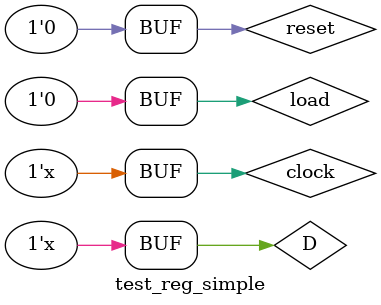
<source format=sv>

module test_reg_simple();
    logic  clock, reset, D, load;
    logic Q;
    
    reg_simple DUT(.clk(clock),
                   .reset(reset),
                   .D(D),
                   .load(load),
                   .Q(Q));
                   
 always #8 clock= ~clock;   
 always #5 D = ~D;
 
 initial begin
 clock=1;
 reset=1;
 load = 1;
 D = 0;
 
 #10 reset=0;
 #80 load = 0;
 
 
 end
             
    
    
    
endmodule
</source>
